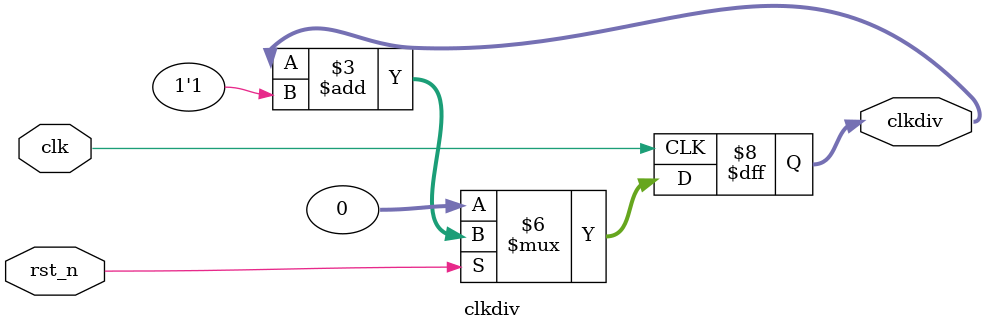
<source format=v>
`timescale 1ns / 1ps
module clkdiv(input clk, input rst_n, output reg[31:0] clkdiv=0
    );
    always @(posedge clk)begin
        if(!rst_n) clkdiv <= 0;
        else clkdiv <= clkdiv + 1'b1;
    end


endmodule

</source>
